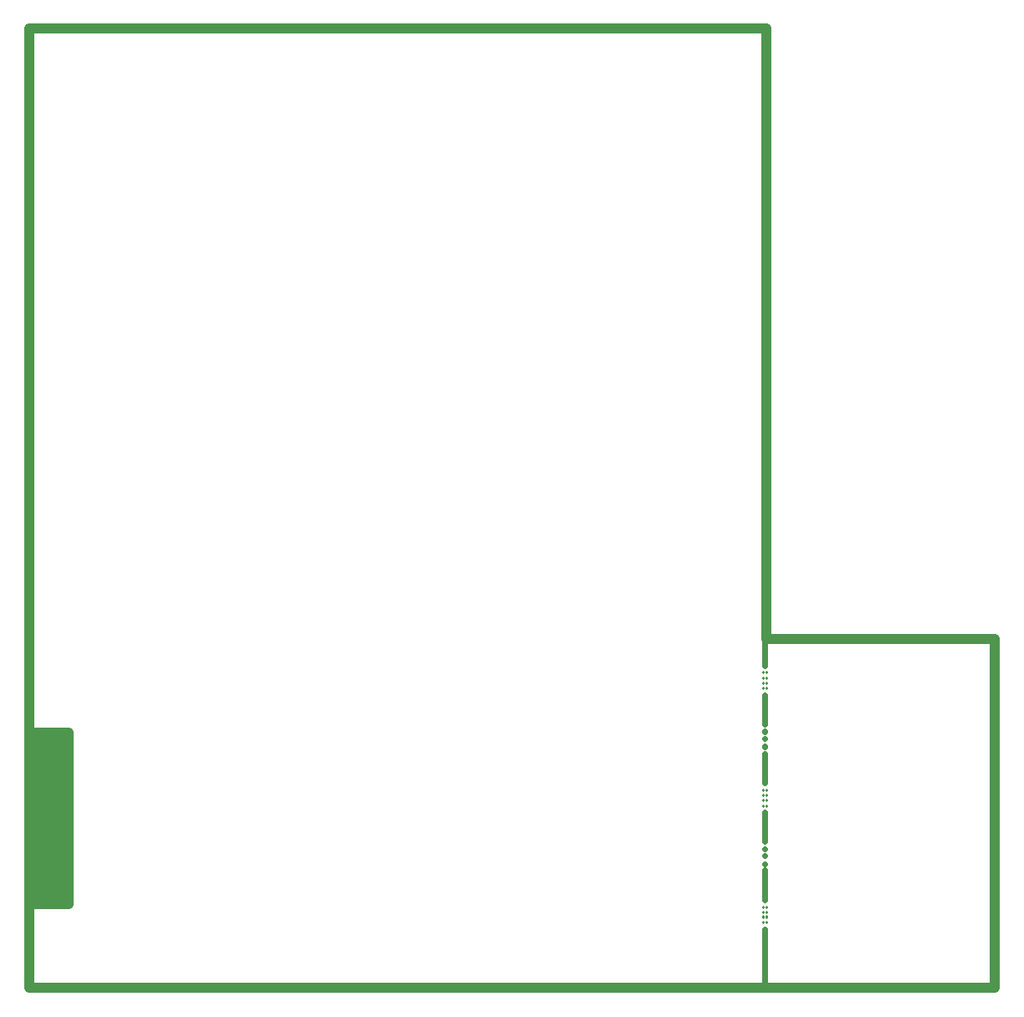
<source format=gko>
G04*
G04 #@! TF.GenerationSoftware,Altium Limited,Altium Designer,20.0.13 (296)*
G04*
G04 Layer_Color=32768*
%FSLAX25Y25*%
%MOIN*%
G70*
G01*
G75*
%ADD13C,0.00984*%
%ADD22C,0.03937*%
%ADD23C,0.02362*%
D13*
X290335Y123603D02*
Y123996D01*
Y121437D02*
Y121831D01*
Y119469D02*
Y119863D01*
Y117500D02*
Y117894D01*
Y117500D02*
Y117894D01*
Y119469D02*
Y119863D01*
Y121437D02*
Y121831D01*
Y123603D02*
Y123996D01*
X291713Y117500D02*
Y117894D01*
Y119469D02*
Y119863D01*
Y121437D02*
Y121831D01*
Y123603D02*
Y123996D01*
X290335Y70493D02*
Y70886D01*
Y72658D02*
Y73052D01*
Y74626D02*
Y75020D01*
Y76595D02*
Y76989D01*
X291713Y70493D02*
Y70886D01*
Y72658D02*
Y73052D01*
Y74626D02*
Y75020D01*
Y76595D02*
Y76989D01*
Y76595D02*
Y76989D01*
Y74626D02*
Y75020D01*
Y72658D02*
Y73052D01*
Y70493D02*
Y70886D01*
Y24036D02*
Y24430D01*
Y26201D02*
Y26595D01*
Y28170D02*
Y28563D01*
Y30138D02*
Y30532D01*
Y30138D02*
Y30532D01*
Y28170D02*
Y28563D01*
Y26201D02*
Y26595D01*
Y24036D02*
Y24430D01*
X290335Y30138D02*
Y30532D01*
Y28170D02*
Y28563D01*
Y26201D02*
Y26595D01*
Y24036D02*
Y24430D01*
Y123603D02*
Y123996D01*
Y121437D02*
Y121831D01*
Y119469D02*
Y119863D01*
Y117500D02*
Y117894D01*
Y117500D02*
Y117894D01*
Y119469D02*
Y119863D01*
Y121437D02*
Y121831D01*
Y123603D02*
Y123996D01*
X291713Y117500D02*
Y117894D01*
Y119469D02*
Y119863D01*
Y121437D02*
Y121831D01*
Y123603D02*
Y123996D01*
X290335Y70493D02*
Y70886D01*
Y72658D02*
Y73052D01*
Y74626D02*
Y75020D01*
Y76595D02*
Y76989D01*
X291713Y70493D02*
Y70886D01*
Y72658D02*
Y73052D01*
Y74626D02*
Y75020D01*
Y76595D02*
Y76989D01*
Y76595D02*
Y76989D01*
Y74626D02*
Y75020D01*
Y72658D02*
Y73052D01*
Y70493D02*
Y70886D01*
Y24036D02*
Y24430D01*
Y26201D02*
Y26595D01*
Y28170D02*
Y28563D01*
Y30138D02*
Y30532D01*
Y30138D02*
Y30532D01*
Y28170D02*
Y28563D01*
Y26201D02*
Y26595D01*
Y24036D02*
Y24430D01*
X290335Y30138D02*
Y30532D01*
Y28170D02*
Y28563D01*
Y26201D02*
Y26595D01*
Y24036D02*
Y24430D01*
D22*
X5408Y32087D02*
Y99803D01*
X4921Y32087D02*
X5408D01*
X0Y31496D02*
Y99803D01*
X10827Y31890D02*
Y99803D01*
X11024D01*
X8071Y32087D02*
Y99606D01*
X8268D01*
X4921Y32087D02*
Y99803D01*
X5894D01*
X1772Y31693D02*
Y99803D01*
X1575D02*
X1772D01*
X-1969Y31496D02*
Y99803D01*
Y-1969D02*
Y31496D01*
X13583D01*
X-1969Y99803D02*
X13757D01*
X-1969D02*
Y380315D01*
X291732Y137205D02*
X382677D01*
Y-1969D02*
Y137205D01*
X-1969Y-1969D02*
X382677D01*
X-1969Y380315D02*
X291732D01*
Y137205D02*
Y380315D01*
X13583Y31496D02*
X13757Y31670D01*
Y99803D01*
X-1969Y-1969D02*
X-1575D01*
X5408Y32087D02*
Y99803D01*
X4921Y32087D02*
X5408D01*
X0Y31496D02*
Y99803D01*
X10827Y31890D02*
Y99803D01*
X11024D01*
X8071Y32087D02*
Y99606D01*
X8268D01*
X4921Y32087D02*
Y99803D01*
X5894D01*
X1772Y31693D02*
Y99803D01*
X1575D02*
X1772D01*
X-1969Y31496D02*
Y99803D01*
Y-1969D02*
Y31496D01*
X13583D01*
X-1969Y99803D02*
X13757D01*
X-1969D02*
Y380315D01*
X291732Y137205D02*
X382677D01*
Y-1969D02*
Y137205D01*
X-1969Y-1969D02*
X382677D01*
X-1969Y380315D02*
X291732D01*
Y137205D02*
Y380315D01*
X13583Y31496D02*
X13757Y31670D01*
Y99803D01*
X-1969Y-1969D02*
X-1575D01*
D23*
X291024Y126319D02*
Y136614D01*
Y103091D02*
Y114902D01*
Y79587D02*
Y91398D01*
Y56359D02*
Y68170D01*
Y33130D02*
Y44941D01*
Y-846D02*
Y21556D01*
X290984Y100217D02*
X291024Y100256D01*
X290984Y94233D02*
X291024Y94272D01*
X290945Y97343D02*
X290984Y97382D01*
X290945Y50611D02*
X290984Y50650D01*
Y47501D02*
X291024Y47540D01*
X290984Y53485D02*
X291024Y53524D01*
Y126319D02*
Y136614D01*
Y103091D02*
Y114902D01*
Y79587D02*
Y91398D01*
Y56359D02*
Y68170D01*
Y33130D02*
Y44941D01*
Y-846D02*
Y21556D01*
X290984Y100217D02*
X291024Y100256D01*
X290984Y94233D02*
X291024Y94272D01*
X290945Y97343D02*
X290984Y97382D01*
X290945Y50611D02*
X290984Y50650D01*
Y47501D02*
X291024Y47540D01*
X290984Y53485D02*
X291024Y53524D01*
M02*

</source>
